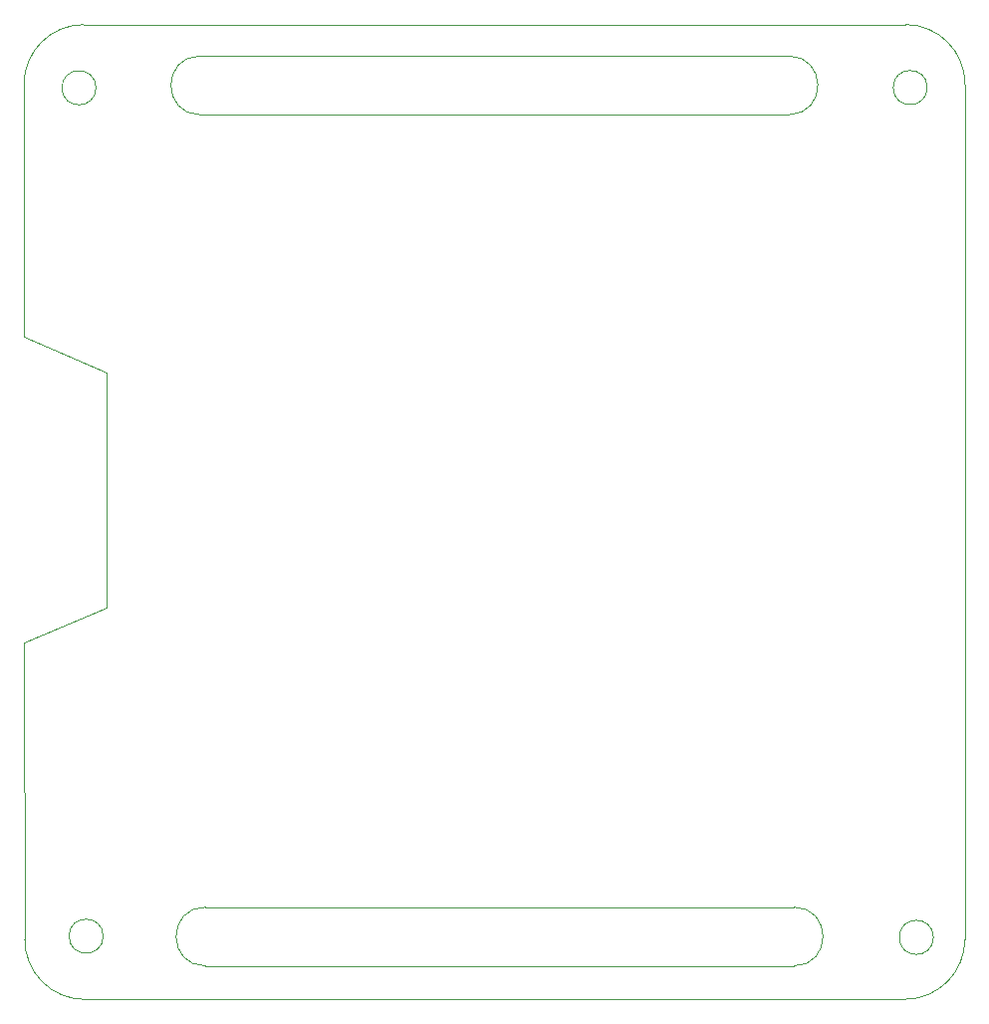
<source format=gbr>
G04 #@! TF.GenerationSoftware,KiCad,Pcbnew,6.99.0-unknown-70a038877e~161~ubuntu22.04.1*
G04 #@! TF.CreationDate,2023-01-18T15:13:40+00:00*
G04 #@! TF.ProjectId,MyBikesGotLED,4d794269-6b65-4734-976f-744c45442e6b,rev?*
G04 #@! TF.SameCoordinates,PX586a470PY296c010*
G04 #@! TF.FileFunction,Profile,NP*
%FSLAX46Y46*%
G04 Gerber Fmt 4.6, Leading zero omitted, Abs format (unit mm)*
G04 Created by KiCad (PCBNEW 6.99.0-unknown-70a038877e~161~ubuntu22.04.1) date 2023-01-18 15:13:40*
%MOMM*%
%LPD*%
G01*
G04 APERTURE LIST*
G04 #@! TA.AperFunction,Profile*
%ADD10C,0.050000*%
G04 #@! TD*
G04 #@! TA.AperFunction,Profile*
%ADD11C,0.120000*%
G04 #@! TD*
G04 APERTURE END LIST*
D10*
X81270000Y-6216000D02*
X81257898Y-78903898D01*
D11*
X16700000Y-76156000D02*
X66700000Y-76156000D01*
X66700000Y-81156000D02*
G75*
G03*
X66700000Y-76156000I0J2500000D01*
G01*
X16260000Y-3806000D02*
X66260000Y-3806000D01*
X16260000Y-8806000D02*
X66310000Y-8806000D01*
X16260000Y-3806000D02*
G75*
G03*
X16260000Y-8806000I0J-2500000D01*
G01*
X66310000Y-8806000D02*
G75*
G03*
X66260000Y-3806000I-50000J2499750D01*
G01*
D10*
X6350000Y-1146000D02*
X76190000Y-1136000D01*
X76177898Y-83983898D02*
G75*
G03*
X81257898Y-78903898I2J5079998D01*
G01*
D11*
X16700000Y-81156000D02*
X66700000Y-81156000D01*
D10*
X1270000Y-27694000D02*
X8270000Y-30694000D01*
X6350000Y-1146000D02*
G75*
G03*
X1270000Y-6226000I0J-5080000D01*
G01*
X1339954Y-78866000D02*
G75*
G03*
X6390000Y-83993898I5072346J-55300D01*
G01*
X1260000Y-53674000D02*
X8260000Y-50674000D01*
X76177898Y-83983898D02*
X6390000Y-83993898D01*
D11*
X16700000Y-76156000D02*
G75*
G03*
X16700000Y-81156000I0J-2500000D01*
G01*
D10*
X78580000Y-78726000D02*
G75*
G03*
X78580000Y-78726000I-1450000J0D01*
G01*
X8000000Y-78626000D02*
G75*
G03*
X8000000Y-78626000I-1450000J0D01*
G01*
X78060000Y-6496000D02*
G75*
G03*
X78060000Y-6496000I-1450000J0D01*
G01*
X8270000Y-30694000D02*
X8260000Y-50674000D01*
X1260000Y-53674000D02*
X1340000Y-78866000D01*
X7390000Y-6516000D02*
G75*
G03*
X7390000Y-6516000I-1450000J0D01*
G01*
X81270000Y-6216000D02*
G75*
G03*
X76190000Y-1136000I-5080100J-100D01*
G01*
X1270000Y-6226000D02*
X1270000Y-27694000D01*
M02*

</source>
